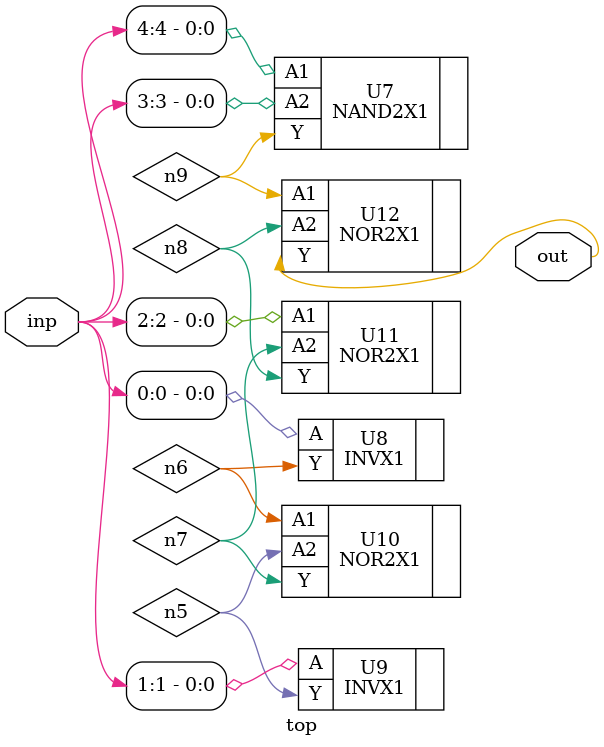
<source format=sv>


module top ( inp, out );
  input [4:0] inp;
  output out;
  wire   n5, n6, n7, n8, n9;

  NAND2X1 U7 ( .A1(inp[4]), .A2(inp[3]), .Y(n9) );
  INVX1 U8 ( .A(inp[0]), .Y(n6) );
  INVX1 U9 ( .A(inp[1]), .Y(n5) );
  NOR2X1 U10 ( .A1(n6), .A2(n5), .Y(n7) );
  NOR2X1 U11 ( .A1(inp[2]), .A2(n7), .Y(n8) );
  NOR2X1 U12 ( .A1(n9), .A2(n8), .Y(out) );
endmodule


</source>
